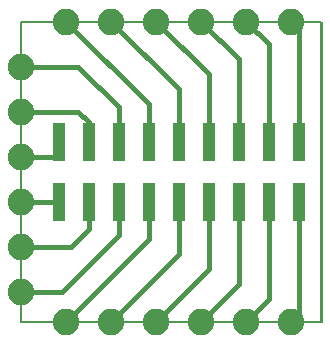
<source format=gtl>
G75*
%MOIN*%
%OFA0B0*%
%FSLAX25Y25*%
%IPPOS*%
%LPD*%
%AMOC8*
5,1,8,0,0,1.08239X$1,22.5*
%
%ADD10C,0.00000*%
%ADD11C,0.00500*%
%ADD12C,0.08858*%
%ADD13R,0.04000X0.13000*%
%ADD14C,0.01600*%
D10*
X0005829Y0005829D02*
X0005829Y0105790D01*
X0106030Y0105790D01*
X0106030Y0005829D01*
X0005829Y0005829D01*
D11*
X0105829Y0005829D01*
X0105829Y0105829D01*
X0005829Y0105829D01*
X0005829Y0005829D01*
D12*
X0005829Y0015829D03*
X0005829Y0030829D03*
X0005829Y0045829D03*
X0005829Y0060829D03*
X0005829Y0075829D03*
X0005829Y0090829D03*
X0020829Y0105829D03*
X0035829Y0105829D03*
X0050829Y0105829D03*
X0065829Y0105829D03*
X0080829Y0105829D03*
X0095829Y0105829D03*
X0095829Y0005829D03*
X0080829Y0005829D03*
X0065829Y0005829D03*
X0050829Y0005829D03*
X0035829Y0005829D03*
X0020829Y0005829D03*
D13*
X0018329Y0045829D03*
X0028329Y0045829D03*
X0038329Y0045829D03*
X0048329Y0045829D03*
X0058329Y0045829D03*
X0068329Y0045829D03*
X0078329Y0045829D03*
X0088329Y0045829D03*
X0098329Y0045829D03*
X0098329Y0065829D03*
X0088329Y0065829D03*
X0078329Y0065829D03*
X0068329Y0065829D03*
X0058329Y0065829D03*
X0048329Y0065829D03*
X0038329Y0065829D03*
X0028329Y0065829D03*
X0018329Y0065829D03*
D14*
X0018329Y0060829D01*
X0005829Y0060829D01*
X0005829Y0045829D02*
X0018329Y0045829D01*
X0028329Y0045829D02*
X0028329Y0036829D01*
X0022329Y0030829D01*
X0005829Y0030829D01*
X0005829Y0015829D02*
X0019329Y0015829D01*
X0038329Y0034829D01*
X0038329Y0045829D01*
X0048329Y0045829D02*
X0048329Y0033329D01*
X0020829Y0005829D01*
X0035829Y0005829D02*
X0058329Y0028329D01*
X0058329Y0045829D01*
X0068329Y0045829D02*
X0068329Y0023329D01*
X0050829Y0005829D01*
X0065829Y0005829D02*
X0078329Y0018329D01*
X0078329Y0045829D01*
X0088329Y0045829D02*
X0088329Y0013329D01*
X0080829Y0005829D01*
X0095829Y0005829D02*
X0098329Y0008329D01*
X0098329Y0045829D01*
X0098329Y0065829D02*
X0098329Y0103329D01*
X0095829Y0105829D01*
X0088329Y0098329D02*
X0088329Y0065829D01*
X0078329Y0065829D02*
X0078329Y0093329D01*
X0065829Y0105829D01*
X0050829Y0105829D02*
X0068329Y0088329D01*
X0068329Y0065829D01*
X0058329Y0065829D02*
X0058329Y0083329D01*
X0035829Y0105829D01*
X0024829Y0090829D02*
X0005829Y0090829D01*
X0005829Y0075829D02*
X0024829Y0075829D01*
X0028329Y0072329D01*
X0028329Y0065829D01*
X0038329Y0065829D02*
X0038329Y0077329D01*
X0024829Y0090829D01*
X0020829Y0105829D02*
X0048329Y0078329D01*
X0048329Y0065829D01*
X0080829Y0105829D02*
X0088329Y0098329D01*
M02*

</source>
